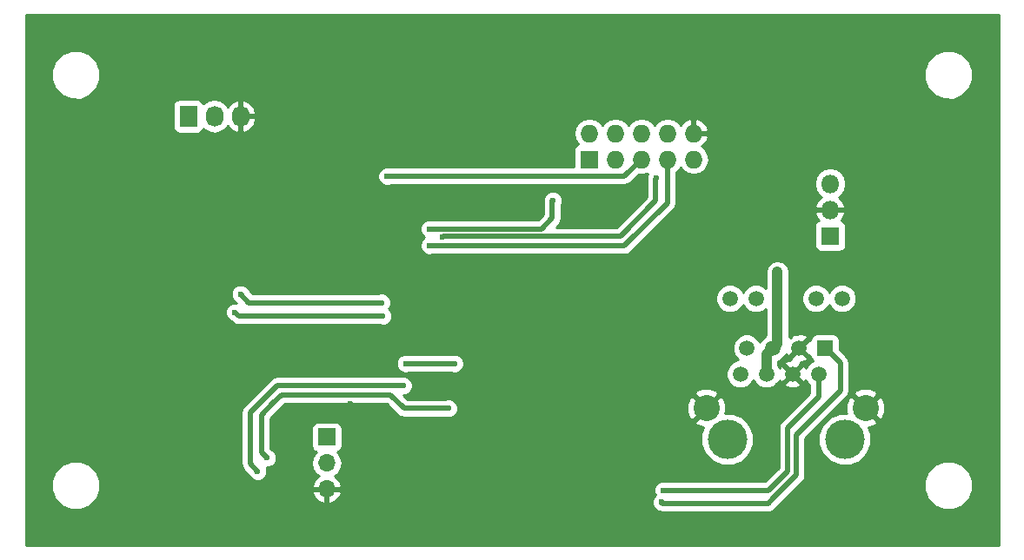
<source format=gbr>
G04 #@! TF.FileFunction,Copper,L2,Bot,Signal*
%FSLAX46Y46*%
G04 Gerber Fmt 4.6, Leading zero omitted, Abs format (unit mm)*
G04 Created by KiCad (PCBNEW 4.0.6) date 08/10/17 23:44:08*
%MOMM*%
%LPD*%
G01*
G04 APERTURE LIST*
%ADD10C,0.100000*%
%ADD11R,1.727200X2.032000*%
%ADD12O,1.727200X2.032000*%
%ADD13R,1.800000X1.800000*%
%ADD14O,1.800000X1.800000*%
%ADD15R,1.700000X1.700000*%
%ADD16O,1.700000X1.700000*%
%ADD17R,1.727200X1.727200*%
%ADD18O,1.727200X1.727200*%
%ADD19C,3.850000*%
%ADD20C,1.520000*%
%ADD21C,2.540000*%
%ADD22R,1.520000X1.520000*%
%ADD23C,0.600000*%
%ADD24C,0.500000*%
%ADD25C,1.000000*%
%ADD26C,0.254000*%
G04 APERTURE END LIST*
D10*
D11*
X103970000Y-58030000D03*
D12*
X106510000Y-58030000D03*
X109050000Y-58030000D03*
D13*
X166470000Y-69680000D03*
D14*
X166470000Y-67140000D03*
X166470000Y-64600000D03*
D15*
X117449600Y-89306400D03*
D16*
X117449600Y-91846400D03*
X117449600Y-94386400D03*
D17*
X143000000Y-62230000D03*
D18*
X143000000Y-59690000D03*
X145540000Y-62230000D03*
X145540000Y-59690000D03*
X148080000Y-62230000D03*
X148080000Y-59690000D03*
X150620000Y-62230000D03*
X150620000Y-59690000D03*
X153160000Y-62230000D03*
X153160000Y-59690000D03*
D19*
X167890000Y-89520000D03*
X156450000Y-89520000D03*
D20*
X157720000Y-83170000D03*
X158360000Y-80630000D03*
X160270000Y-83170000D03*
X160900000Y-80630000D03*
X162810000Y-83170000D03*
X163440000Y-80630000D03*
X165340000Y-83170000D03*
D21*
X169920000Y-86470000D03*
X154420000Y-86470000D03*
D20*
X159250000Y-75800000D03*
X165090000Y-75800000D03*
X156710000Y-75800000D03*
X167630000Y-75800000D03*
D22*
X165980000Y-80630000D03*
D23*
X111000000Y-80000000D03*
X113000000Y-66000000D03*
X177000000Y-66000000D03*
X162000000Y-54000000D03*
X130000000Y-61000000D03*
X122000000Y-63000000D03*
X152290000Y-70980000D03*
X139500000Y-73000000D03*
X132000000Y-81000000D03*
X123000000Y-73000000D03*
X131000000Y-65000000D03*
X101447600Y-92303600D03*
X114909600Y-87630000D03*
X119786400Y-86080600D03*
X138500000Y-93000000D03*
X124500000Y-89500000D03*
X137000000Y-89500000D03*
X95000000Y-80500000D03*
X101000000Y-70500000D03*
X122760000Y-76200000D03*
X109040000Y-75360000D03*
X122910000Y-77500000D03*
X108520000Y-77140000D03*
X129286000Y-86512400D03*
X111633000Y-91338400D03*
X129895600Y-82143600D03*
X125145800Y-82143600D03*
X110718600Y-92633800D03*
X124891800Y-84302600D03*
X150070000Y-95670000D03*
X150240000Y-94500000D03*
X161350000Y-73230000D03*
X123330000Y-63890000D03*
X127450000Y-69010000D03*
X139480000Y-66220000D03*
X149540000Y-64050000D03*
X128710000Y-69820000D03*
X127450000Y-70630000D03*
D24*
X109880000Y-76200000D02*
X122760000Y-76200000D01*
X109040000Y-75360000D02*
X109880000Y-76200000D01*
X108520000Y-77140000D02*
X108880000Y-77500000D01*
X108880000Y-77500000D02*
X122910000Y-77500000D01*
X124968000Y-86512400D02*
X129286000Y-86512400D01*
X123647200Y-85191600D02*
X124968000Y-86512400D01*
X113030000Y-85191600D02*
X123647200Y-85191600D01*
X112217200Y-86004400D02*
X113030000Y-85191600D01*
X111099600Y-87122000D02*
X112217200Y-86004400D01*
X111099600Y-90805000D02*
X111099600Y-87122000D01*
X111633000Y-91338400D02*
X111099600Y-90805000D01*
X125145800Y-82143600D02*
X129895600Y-82143600D01*
X110693200Y-92633800D02*
X110718600Y-92633800D01*
X109982000Y-91922600D02*
X110693200Y-92633800D01*
X109982000Y-86918800D02*
X109982000Y-91922600D01*
X112623600Y-84277200D02*
X109982000Y-86918800D01*
X124866400Y-84277200D02*
X112623600Y-84277200D01*
X124891800Y-84302600D02*
X124866400Y-84277200D01*
X163170000Y-93040000D02*
X160880000Y-95330000D01*
X163170000Y-89070000D02*
X163170000Y-93040000D01*
X167470000Y-84770000D02*
X163170000Y-89070000D01*
X167470000Y-82080000D02*
X167470000Y-84770000D01*
X167470000Y-82080000D02*
X166020000Y-80630000D01*
X160430000Y-95780000D02*
X160880000Y-95330000D01*
X150180000Y-95780000D02*
X160430000Y-95780000D01*
X150070000Y-95670000D02*
X150180000Y-95780000D01*
X165980000Y-80630000D02*
X166020000Y-80630000D01*
X165340000Y-85400000D02*
X165340000Y-83170000D01*
X162340000Y-88400000D02*
X165340000Y-85400000D01*
X162340000Y-92660000D02*
X162340000Y-88400000D01*
X160510000Y-94490000D02*
X162340000Y-92660000D01*
X150250000Y-94490000D02*
X160510000Y-94490000D01*
X150240000Y-94500000D02*
X150250000Y-94490000D01*
D25*
X160270000Y-83170000D02*
X160270000Y-81260000D01*
X160270000Y-81260000D02*
X161350000Y-80180000D01*
X161350000Y-80180000D02*
X161350000Y-73230000D01*
D24*
X123330000Y-63890000D02*
X123360000Y-63860000D01*
X123360000Y-63860000D02*
X146450000Y-63860000D01*
X148080000Y-62230000D02*
X146450000Y-63860000D01*
X147640000Y-62670000D02*
X148080000Y-62230000D01*
X138370000Y-69010000D02*
X127450000Y-69010000D01*
X139410000Y-67970000D02*
X138370000Y-69010000D01*
X139410000Y-66290000D02*
X139410000Y-67970000D01*
X139480000Y-66220000D02*
X139410000Y-66290000D01*
X149470000Y-64120000D02*
X149540000Y-64050000D01*
X149470000Y-66290000D02*
X149470000Y-64120000D01*
X146040000Y-69720000D02*
X149470000Y-66290000D01*
X128810000Y-69720000D02*
X146040000Y-69720000D01*
X128710000Y-69820000D02*
X128810000Y-69720000D01*
X127470000Y-70650000D02*
X127450000Y-70630000D01*
X146450000Y-70650000D02*
X127470000Y-70650000D01*
X150620000Y-66480000D02*
X146450000Y-70650000D01*
X150620000Y-62230000D02*
X150620000Y-66480000D01*
D26*
G36*
X182873000Y-99873000D02*
X88127000Y-99873000D01*
X88127000Y-94472325D01*
X90614587Y-94472325D01*
X90976916Y-95349229D01*
X91647242Y-96020726D01*
X92523513Y-96384585D01*
X93472325Y-96385413D01*
X94349229Y-96023084D01*
X94517439Y-95855167D01*
X149134838Y-95855167D01*
X149276883Y-96198943D01*
X149539673Y-96462192D01*
X149801064Y-96570731D01*
X149841325Y-96597633D01*
X150180000Y-96665000D01*
X160429995Y-96665000D01*
X160430000Y-96665001D01*
X160732453Y-96604838D01*
X160768675Y-96597633D01*
X161055790Y-96405790D01*
X161055791Y-96405789D01*
X161505787Y-95955792D01*
X161505790Y-95955790D01*
X162989254Y-94472325D01*
X175614587Y-94472325D01*
X175976916Y-95349229D01*
X176647242Y-96020726D01*
X177523513Y-96384585D01*
X178472325Y-96385413D01*
X179349229Y-96023084D01*
X180020726Y-95352758D01*
X180384585Y-94476487D01*
X180385413Y-93527675D01*
X180023084Y-92650771D01*
X179352758Y-91979274D01*
X178476487Y-91615415D01*
X177527675Y-91614587D01*
X176650771Y-91976916D01*
X175979274Y-92647242D01*
X175615415Y-93523513D01*
X175614587Y-94472325D01*
X162989254Y-94472325D01*
X163795787Y-93665792D01*
X163795790Y-93665790D01*
X163987633Y-93378675D01*
X164024921Y-93191217D01*
X164055001Y-93040000D01*
X164055000Y-93039995D01*
X164055000Y-90026981D01*
X165329557Y-90026981D01*
X165718472Y-90968229D01*
X166437983Y-91688997D01*
X167378551Y-92079554D01*
X168396981Y-92080443D01*
X169338229Y-91691528D01*
X170058997Y-90972017D01*
X170449554Y-90031449D01*
X170450443Y-89013019D01*
X170184232Y-88368738D01*
X170348632Y-88364436D01*
X170956480Y-88112657D01*
X171088172Y-87817777D01*
X169920000Y-86649605D01*
X169905858Y-86663748D01*
X169726253Y-86484143D01*
X169740395Y-86470000D01*
X170099605Y-86470000D01*
X171267777Y-87638172D01*
X171562657Y-87506480D01*
X171834261Y-86798964D01*
X171814436Y-86041368D01*
X171562657Y-85433520D01*
X171267777Y-85301828D01*
X170099605Y-86470000D01*
X169740395Y-86470000D01*
X168572223Y-85301828D01*
X168277343Y-85433520D01*
X168005739Y-86141036D01*
X168025564Y-86898632D01*
X168051042Y-86960140D01*
X167383019Y-86959557D01*
X166441771Y-87348472D01*
X165721003Y-88067983D01*
X165330446Y-89008551D01*
X165329557Y-90026981D01*
X164055000Y-90026981D01*
X164055000Y-89436580D01*
X168095787Y-85395792D01*
X168095790Y-85395790D01*
X168278580Y-85122223D01*
X168751828Y-85122223D01*
X169920000Y-86290395D01*
X171088172Y-85122223D01*
X170956480Y-84827343D01*
X170248964Y-84555739D01*
X169491368Y-84575564D01*
X168883520Y-84827343D01*
X168751828Y-85122223D01*
X168278580Y-85122223D01*
X168287633Y-85108675D01*
X168355000Y-84770000D01*
X168355000Y-82080005D01*
X168355001Y-82080000D01*
X168297446Y-81790659D01*
X168287633Y-81741325D01*
X168095790Y-81454210D01*
X168095787Y-81454208D01*
X167387440Y-80745861D01*
X167387440Y-79870000D01*
X167343162Y-79634683D01*
X167204090Y-79418559D01*
X166991890Y-79273569D01*
X166740000Y-79222560D01*
X165220000Y-79222560D01*
X164984683Y-79266838D01*
X164768559Y-79405910D01*
X164623569Y-79618110D01*
X164572560Y-79870000D01*
X164572560Y-79874834D01*
X164418764Y-79830841D01*
X163619605Y-80630000D01*
X164418764Y-81429159D01*
X164572560Y-81385166D01*
X164572560Y-81390000D01*
X164616838Y-81625317D01*
X164755910Y-81841441D01*
X164811095Y-81879147D01*
X164550828Y-81986687D01*
X164158066Y-82378764D01*
X164081615Y-82562878D01*
X164030742Y-82440059D01*
X163788764Y-82370841D01*
X162989605Y-83170000D01*
X163788764Y-83969159D01*
X164030742Y-83899941D01*
X164077749Y-83768128D01*
X164156687Y-83959172D01*
X164455000Y-84258006D01*
X164455000Y-85033421D01*
X161714210Y-87774210D01*
X161522367Y-88061325D01*
X161522367Y-88061326D01*
X161454999Y-88400000D01*
X161455000Y-88400005D01*
X161455000Y-92293421D01*
X160143420Y-93605000D01*
X150522739Y-93605000D01*
X150426799Y-93565162D01*
X150054833Y-93564838D01*
X149711057Y-93706883D01*
X149447808Y-93969673D01*
X149305162Y-94313201D01*
X149304838Y-94685167D01*
X149429902Y-94987845D01*
X149277808Y-95139673D01*
X149135162Y-95483201D01*
X149134838Y-95855167D01*
X94517439Y-95855167D01*
X95020726Y-95352758D01*
X95273798Y-94743290D01*
X116008124Y-94743290D01*
X116177955Y-95153324D01*
X116568242Y-95581583D01*
X117092708Y-95827886D01*
X117322600Y-95707219D01*
X117322600Y-94513400D01*
X117576600Y-94513400D01*
X117576600Y-95707219D01*
X117806492Y-95827886D01*
X118330958Y-95581583D01*
X118721245Y-95153324D01*
X118891076Y-94743290D01*
X118769755Y-94513400D01*
X117576600Y-94513400D01*
X117322600Y-94513400D01*
X116129445Y-94513400D01*
X116008124Y-94743290D01*
X95273798Y-94743290D01*
X95384585Y-94476487D01*
X95385413Y-93527675D01*
X95023084Y-92650771D01*
X94352758Y-91979274D01*
X93476487Y-91615415D01*
X92527675Y-91614587D01*
X91650771Y-91976916D01*
X90979274Y-92647242D01*
X90615415Y-93523513D01*
X90614587Y-94472325D01*
X88127000Y-94472325D01*
X88127000Y-86918800D01*
X109096999Y-86918800D01*
X109097000Y-86918805D01*
X109097000Y-91922595D01*
X109096999Y-91922600D01*
X109128220Y-92079554D01*
X109164367Y-92261275D01*
X109289555Y-92448633D01*
X109356210Y-92548390D01*
X109893740Y-93085919D01*
X109925483Y-93162743D01*
X110188273Y-93425992D01*
X110531801Y-93568638D01*
X110903767Y-93568962D01*
X111247543Y-93426917D01*
X111510792Y-93164127D01*
X111653438Y-92820599D01*
X111653762Y-92448633D01*
X111581339Y-92273356D01*
X111818167Y-92273562D01*
X112161943Y-92131517D01*
X112425192Y-91868727D01*
X112434463Y-91846400D01*
X115935507Y-91846400D01*
X116048546Y-92414685D01*
X116370453Y-92896454D01*
X116711153Y-93124102D01*
X116568242Y-93191217D01*
X116177955Y-93619476D01*
X116008124Y-94029510D01*
X116129445Y-94259400D01*
X117322600Y-94259400D01*
X117322600Y-94239400D01*
X117576600Y-94239400D01*
X117576600Y-94259400D01*
X118769755Y-94259400D01*
X118891076Y-94029510D01*
X118721245Y-93619476D01*
X118330958Y-93191217D01*
X118188047Y-93124102D01*
X118528747Y-92896454D01*
X118850654Y-92414685D01*
X118963693Y-91846400D01*
X118850654Y-91278115D01*
X118528747Y-90796346D01*
X118487148Y-90768550D01*
X118534917Y-90759562D01*
X118751041Y-90620490D01*
X118896031Y-90408290D01*
X118947040Y-90156400D01*
X118947040Y-88456400D01*
X118902762Y-88221083D01*
X118763690Y-88004959D01*
X118551490Y-87859969D01*
X118343140Y-87817777D01*
X153251828Y-87817777D01*
X153383520Y-88112657D01*
X154091036Y-88384261D01*
X154150317Y-88382710D01*
X153890446Y-89008551D01*
X153889557Y-90026981D01*
X154278472Y-90968229D01*
X154997983Y-91688997D01*
X155938551Y-92079554D01*
X156956981Y-92080443D01*
X157898229Y-91691528D01*
X158618997Y-90972017D01*
X159009554Y-90031449D01*
X159010443Y-89013019D01*
X158621528Y-88071771D01*
X157902017Y-87351003D01*
X156961449Y-86960446D01*
X156272502Y-86959845D01*
X156334261Y-86798964D01*
X156314436Y-86041368D01*
X156062657Y-85433520D01*
X155767777Y-85301828D01*
X154599605Y-86470000D01*
X154613748Y-86484143D01*
X154434143Y-86663748D01*
X154420000Y-86649605D01*
X153251828Y-87817777D01*
X118343140Y-87817777D01*
X118299600Y-87808960D01*
X116599600Y-87808960D01*
X116364283Y-87853238D01*
X116148159Y-87992310D01*
X116003169Y-88204510D01*
X115952160Y-88456400D01*
X115952160Y-90156400D01*
X115996438Y-90391717D01*
X116135510Y-90607841D01*
X116347710Y-90752831D01*
X116415141Y-90766486D01*
X116370453Y-90796346D01*
X116048546Y-91278115D01*
X115935507Y-91846400D01*
X112434463Y-91846400D01*
X112567838Y-91525199D01*
X112568162Y-91153233D01*
X112426117Y-90809457D01*
X112163327Y-90546208D01*
X112042013Y-90495834D01*
X111984600Y-90438420D01*
X111984600Y-87488580D01*
X112842987Y-86630192D01*
X112842990Y-86630190D01*
X113396579Y-86076600D01*
X123280620Y-86076600D01*
X124342208Y-87138187D01*
X124342210Y-87138190D01*
X124591250Y-87304592D01*
X124629325Y-87330033D01*
X124968000Y-87397401D01*
X124968005Y-87397400D01*
X128979178Y-87397400D01*
X129099201Y-87447238D01*
X129471167Y-87447562D01*
X129814943Y-87305517D01*
X130078192Y-87042727D01*
X130220838Y-86699199D01*
X130221162Y-86327233D01*
X130144228Y-86141036D01*
X152505739Y-86141036D01*
X152525564Y-86898632D01*
X152777343Y-87506480D01*
X153072223Y-87638172D01*
X154240395Y-86470000D01*
X153072223Y-85301828D01*
X152777343Y-85433520D01*
X152505739Y-86141036D01*
X130144228Y-86141036D01*
X130079117Y-85983457D01*
X129816327Y-85720208D01*
X129472799Y-85577562D01*
X129100833Y-85577238D01*
X128979431Y-85627400D01*
X125334579Y-85627400D01*
X124944826Y-85237647D01*
X125076967Y-85237762D01*
X125356593Y-85122223D01*
X153251828Y-85122223D01*
X154420000Y-86290395D01*
X155588172Y-85122223D01*
X155456480Y-84827343D01*
X154748964Y-84555739D01*
X153991368Y-84575564D01*
X153383520Y-84827343D01*
X153251828Y-85122223D01*
X125356593Y-85122223D01*
X125420743Y-85095717D01*
X125683992Y-84832927D01*
X125826638Y-84489399D01*
X125826962Y-84117433D01*
X125684917Y-83773657D01*
X125422127Y-83510408D01*
X125078599Y-83367762D01*
X124706633Y-83367438D01*
X124646704Y-83392200D01*
X112623605Y-83392200D01*
X112623600Y-83392199D01*
X112284926Y-83459566D01*
X112284924Y-83459567D01*
X112284925Y-83459567D01*
X111997810Y-83651410D01*
X111997808Y-83651413D01*
X109356210Y-86293010D01*
X109164367Y-86580125D01*
X109164367Y-86580126D01*
X109096999Y-86918800D01*
X88127000Y-86918800D01*
X88127000Y-82328767D01*
X124210638Y-82328767D01*
X124352683Y-82672543D01*
X124615473Y-82935792D01*
X124959001Y-83078438D01*
X125330967Y-83078762D01*
X125452369Y-83028600D01*
X129588778Y-83028600D01*
X129708801Y-83078438D01*
X130080767Y-83078762D01*
X130424543Y-82936717D01*
X130687792Y-82673927D01*
X130830438Y-82330399D01*
X130830762Y-81958433D01*
X130688717Y-81614657D01*
X130425927Y-81351408D01*
X130082399Y-81208762D01*
X129710433Y-81208438D01*
X129589031Y-81258600D01*
X125452622Y-81258600D01*
X125332599Y-81208762D01*
X124960633Y-81208438D01*
X124616857Y-81350483D01*
X124353608Y-81613273D01*
X124210962Y-81956801D01*
X124210638Y-82328767D01*
X88127000Y-82328767D01*
X88127000Y-77325167D01*
X107584838Y-77325167D01*
X107726883Y-77668943D01*
X107989673Y-77932192D01*
X108110987Y-77982566D01*
X108254208Y-78125787D01*
X108254210Y-78125790D01*
X108541325Y-78317633D01*
X108597516Y-78328810D01*
X108880000Y-78385001D01*
X108880005Y-78385000D01*
X122603178Y-78385000D01*
X122723201Y-78434838D01*
X123095167Y-78435162D01*
X123438943Y-78293117D01*
X123702192Y-78030327D01*
X123844838Y-77686799D01*
X123845162Y-77314833D01*
X123703117Y-76971057D01*
X123507421Y-76775020D01*
X123552192Y-76730327D01*
X123694838Y-76386799D01*
X123695108Y-76076265D01*
X155314758Y-76076265D01*
X155526687Y-76589172D01*
X155918764Y-76981934D01*
X156431300Y-77194758D01*
X156986265Y-77195242D01*
X157499172Y-76983313D01*
X157891934Y-76591236D01*
X157979954Y-76379262D01*
X158066687Y-76589172D01*
X158458764Y-76981934D01*
X158971300Y-77194758D01*
X159526265Y-77195242D01*
X160039172Y-76983313D01*
X160215000Y-76807792D01*
X160215000Y-79403644D01*
X160110828Y-79446687D01*
X159718066Y-79838764D01*
X159630046Y-80050738D01*
X159543313Y-79840828D01*
X159151236Y-79448066D01*
X158638700Y-79235242D01*
X158083735Y-79234758D01*
X157570828Y-79446687D01*
X157178066Y-79838764D01*
X156965242Y-80351300D01*
X156964758Y-80906265D01*
X157176687Y-81419172D01*
X157531729Y-81774835D01*
X157443735Y-81774758D01*
X156930828Y-81986687D01*
X156538066Y-82378764D01*
X156325242Y-82891300D01*
X156324758Y-83446265D01*
X156536687Y-83959172D01*
X156928764Y-84351934D01*
X157441300Y-84564758D01*
X157996265Y-84565242D01*
X158509172Y-84353313D01*
X158901934Y-83961236D01*
X158994966Y-83737190D01*
X159086687Y-83959172D01*
X159478764Y-84351934D01*
X159991300Y-84564758D01*
X160546265Y-84565242D01*
X161059172Y-84353313D01*
X161264078Y-84148764D01*
X162010841Y-84148764D01*
X162080059Y-84390742D01*
X162602780Y-84577155D01*
X163157049Y-84549341D01*
X163539941Y-84390742D01*
X163609159Y-84148764D01*
X162810000Y-83349605D01*
X162010841Y-84148764D01*
X161264078Y-84148764D01*
X161451934Y-83961236D01*
X161533391Y-83765066D01*
X161589258Y-83899941D01*
X161831236Y-83969159D01*
X162630395Y-83170000D01*
X161831236Y-82370841D01*
X161589258Y-82440059D01*
X161537618Y-82584862D01*
X161453313Y-82380828D01*
X161405000Y-82332431D01*
X161405000Y-82191236D01*
X162010841Y-82191236D01*
X162810000Y-82990395D01*
X163609159Y-82191236D01*
X163560381Y-82020715D01*
X163787049Y-82009341D01*
X164169941Y-81850742D01*
X164239159Y-81608764D01*
X163440000Y-80809605D01*
X162640841Y-81608764D01*
X162689619Y-81779285D01*
X162462951Y-81790659D01*
X162080059Y-81949258D01*
X162010841Y-82191236D01*
X161405000Y-82191236D01*
X161405000Y-81930731D01*
X161689172Y-81813313D01*
X162081934Y-81421236D01*
X162163391Y-81225066D01*
X162219258Y-81359941D01*
X162461236Y-81429159D01*
X163260395Y-80630000D01*
X163246253Y-80615858D01*
X163425858Y-80436253D01*
X163440000Y-80450395D01*
X164239159Y-79651236D01*
X164169941Y-79409258D01*
X163647220Y-79222845D01*
X163092951Y-79250659D01*
X162710059Y-79409258D01*
X162640842Y-79651234D01*
X162525824Y-79536216D01*
X162485000Y-79577040D01*
X162485000Y-76076265D01*
X163694758Y-76076265D01*
X163906687Y-76589172D01*
X164298764Y-76981934D01*
X164811300Y-77194758D01*
X165366265Y-77195242D01*
X165879172Y-76983313D01*
X166271934Y-76591236D01*
X166359954Y-76379262D01*
X166446687Y-76589172D01*
X166838764Y-76981934D01*
X167351300Y-77194758D01*
X167906265Y-77195242D01*
X168419172Y-76983313D01*
X168811934Y-76591236D01*
X169024758Y-76078700D01*
X169025242Y-75523735D01*
X168813313Y-75010828D01*
X168421236Y-74618066D01*
X167908700Y-74405242D01*
X167353735Y-74404758D01*
X166840828Y-74616687D01*
X166448066Y-75008764D01*
X166360046Y-75220738D01*
X166273313Y-75010828D01*
X165881236Y-74618066D01*
X165368700Y-74405242D01*
X164813735Y-74404758D01*
X164300828Y-74616687D01*
X163908066Y-75008764D01*
X163695242Y-75521300D01*
X163694758Y-76076265D01*
X162485000Y-76076265D01*
X162485000Y-73230000D01*
X162398603Y-72795654D01*
X162152566Y-72427434D01*
X161784346Y-72181397D01*
X161350000Y-72095000D01*
X160915654Y-72181397D01*
X160547434Y-72427434D01*
X160301397Y-72795654D01*
X160215000Y-73230000D01*
X160215000Y-74792134D01*
X160041236Y-74618066D01*
X159528700Y-74405242D01*
X158973735Y-74404758D01*
X158460828Y-74616687D01*
X158068066Y-75008764D01*
X157980046Y-75220738D01*
X157893313Y-75010828D01*
X157501236Y-74618066D01*
X156988700Y-74405242D01*
X156433735Y-74404758D01*
X155920828Y-74616687D01*
X155528066Y-75008764D01*
X155315242Y-75521300D01*
X155314758Y-76076265D01*
X123695108Y-76076265D01*
X123695162Y-76014833D01*
X123553117Y-75671057D01*
X123290327Y-75407808D01*
X122946799Y-75265162D01*
X122574833Y-75264838D01*
X122453431Y-75315000D01*
X110246579Y-75315000D01*
X109882744Y-74951165D01*
X109833117Y-74831057D01*
X109570327Y-74567808D01*
X109226799Y-74425162D01*
X108854833Y-74424838D01*
X108511057Y-74566883D01*
X108247808Y-74829673D01*
X108105162Y-75173201D01*
X108104838Y-75545167D01*
X108246883Y-75888943D01*
X108509673Y-76152192D01*
X108630986Y-76202566D01*
X108633518Y-76205098D01*
X108334833Y-76204838D01*
X107991057Y-76346883D01*
X107727808Y-76609673D01*
X107585162Y-76953201D01*
X107584838Y-77325167D01*
X88127000Y-77325167D01*
X88127000Y-64075167D01*
X122394838Y-64075167D01*
X122536883Y-64418943D01*
X122799673Y-64682192D01*
X123143201Y-64824838D01*
X123515167Y-64825162D01*
X123709174Y-64745000D01*
X146449995Y-64745000D01*
X146450000Y-64745001D01*
X146765755Y-64682192D01*
X146788675Y-64677633D01*
X147075790Y-64485790D01*
X147869092Y-63692488D01*
X148050641Y-63728600D01*
X148109359Y-63728600D01*
X148682848Y-63614526D01*
X148718241Y-63590877D01*
X148605162Y-63863201D01*
X148605026Y-64019320D01*
X148584999Y-64120000D01*
X148585000Y-64120005D01*
X148585000Y-65923421D01*
X145673420Y-68835000D01*
X139796579Y-68835000D01*
X140035787Y-68595792D01*
X140035790Y-68595790D01*
X140227633Y-68308675D01*
X140245892Y-68216883D01*
X140295001Y-67970000D01*
X140295000Y-67969995D01*
X140295000Y-66695400D01*
X140414838Y-66406799D01*
X140415162Y-66034833D01*
X140273117Y-65691057D01*
X140010327Y-65427808D01*
X139666799Y-65285162D01*
X139294833Y-65284838D01*
X138951057Y-65426883D01*
X138687808Y-65689673D01*
X138545162Y-66033201D01*
X138545026Y-66189320D01*
X138524999Y-66290000D01*
X138525000Y-66290005D01*
X138525000Y-67603421D01*
X138003420Y-68125000D01*
X127756822Y-68125000D01*
X127636799Y-68075162D01*
X127264833Y-68074838D01*
X126921057Y-68216883D01*
X126657808Y-68479673D01*
X126515162Y-68823201D01*
X126514838Y-69195167D01*
X126656883Y-69538943D01*
X126919673Y-69802192D01*
X126962239Y-69819867D01*
X126921057Y-69836883D01*
X126657808Y-70099673D01*
X126515162Y-70443201D01*
X126514838Y-70815167D01*
X126656883Y-71158943D01*
X126919673Y-71422192D01*
X127263201Y-71564838D01*
X127635167Y-71565162D01*
X127708165Y-71535000D01*
X146449995Y-71535000D01*
X146450000Y-71535001D01*
X146732484Y-71478810D01*
X146788675Y-71467633D01*
X147075790Y-71275790D01*
X147075791Y-71275789D01*
X149571579Y-68780000D01*
X164922560Y-68780000D01*
X164922560Y-70580000D01*
X164966838Y-70815317D01*
X165105910Y-71031441D01*
X165318110Y-71176431D01*
X165570000Y-71227440D01*
X167370000Y-71227440D01*
X167605317Y-71183162D01*
X167821441Y-71044090D01*
X167966431Y-70831890D01*
X168017440Y-70580000D01*
X168017440Y-68780000D01*
X167973162Y-68544683D01*
X167834090Y-68328559D01*
X167621890Y-68183569D01*
X167570854Y-68173234D01*
X167707966Y-68047576D01*
X167961046Y-67504742D01*
X167840997Y-67267000D01*
X166597000Y-67267000D01*
X166597000Y-67287000D01*
X166343000Y-67287000D01*
X166343000Y-67267000D01*
X165099003Y-67267000D01*
X164978954Y-67504742D01*
X165232034Y-68047576D01*
X165366538Y-68170844D01*
X165334683Y-68176838D01*
X165118559Y-68315910D01*
X164973569Y-68528110D01*
X164922560Y-68780000D01*
X149571579Y-68780000D01*
X151245787Y-67105792D01*
X151245790Y-67105790D01*
X151437633Y-66818675D01*
X151437634Y-66818674D01*
X151505001Y-66480000D01*
X151505000Y-66479995D01*
X151505000Y-64569928D01*
X164935000Y-64569928D01*
X164935000Y-64630072D01*
X165051845Y-65217491D01*
X165384591Y-65715481D01*
X165622582Y-65874501D01*
X165232034Y-66232424D01*
X164978954Y-66775258D01*
X165099003Y-67013000D01*
X166343000Y-67013000D01*
X166343000Y-66993000D01*
X166597000Y-66993000D01*
X166597000Y-67013000D01*
X167840997Y-67013000D01*
X167961046Y-66775258D01*
X167707966Y-66232424D01*
X167317418Y-65874501D01*
X167555409Y-65715481D01*
X167888155Y-65217491D01*
X168005000Y-64630072D01*
X168005000Y-64569928D01*
X167888155Y-63982509D01*
X167555409Y-63484519D01*
X167057419Y-63151773D01*
X166470000Y-63034928D01*
X165882581Y-63151773D01*
X165384591Y-63484519D01*
X165051845Y-63982509D01*
X164935000Y-64569928D01*
X151505000Y-64569928D01*
X151505000Y-63425998D01*
X151709029Y-63289670D01*
X151890000Y-63018828D01*
X152070971Y-63289670D01*
X152557152Y-63614526D01*
X153130641Y-63728600D01*
X153189359Y-63728600D01*
X153762848Y-63614526D01*
X154249029Y-63289670D01*
X154573885Y-62803489D01*
X154687959Y-62230000D01*
X154573885Y-61656511D01*
X154249029Y-61170330D01*
X153925772Y-60954336D01*
X154048490Y-60896821D01*
X154442688Y-60464947D01*
X154614958Y-60049026D01*
X154493817Y-59817000D01*
X153287000Y-59817000D01*
X153287000Y-59837000D01*
X153033000Y-59837000D01*
X153033000Y-59817000D01*
X153013000Y-59817000D01*
X153013000Y-59563000D01*
X153033000Y-59563000D01*
X153033000Y-58355531D01*
X153287000Y-58355531D01*
X153287000Y-59563000D01*
X154493817Y-59563000D01*
X154614958Y-59330974D01*
X154442688Y-58915053D01*
X154048490Y-58483179D01*
X153519027Y-58235032D01*
X153287000Y-58355531D01*
X153033000Y-58355531D01*
X152800973Y-58235032D01*
X152271510Y-58483179D01*
X151889992Y-58901161D01*
X151709029Y-58630330D01*
X151222848Y-58305474D01*
X150649359Y-58191400D01*
X150590641Y-58191400D01*
X150017152Y-58305474D01*
X149530971Y-58630330D01*
X149350000Y-58901172D01*
X149169029Y-58630330D01*
X148682848Y-58305474D01*
X148109359Y-58191400D01*
X148050641Y-58191400D01*
X147477152Y-58305474D01*
X146990971Y-58630330D01*
X146810000Y-58901172D01*
X146629029Y-58630330D01*
X146142848Y-58305474D01*
X145569359Y-58191400D01*
X145510641Y-58191400D01*
X144937152Y-58305474D01*
X144450971Y-58630330D01*
X144270000Y-58901172D01*
X144089029Y-58630330D01*
X143602848Y-58305474D01*
X143029359Y-58191400D01*
X142970641Y-58191400D01*
X142397152Y-58305474D01*
X141910971Y-58630330D01*
X141586115Y-59116511D01*
X141472041Y-59690000D01*
X141586115Y-60263489D01*
X141910971Y-60749670D01*
X141924642Y-60758805D01*
X141901083Y-60763238D01*
X141684959Y-60902310D01*
X141539969Y-61114510D01*
X141488960Y-61366400D01*
X141488960Y-62975000D01*
X123564574Y-62975000D01*
X123516799Y-62955162D01*
X123144833Y-62954838D01*
X122801057Y-63096883D01*
X122537808Y-63359673D01*
X122395162Y-63703201D01*
X122394838Y-64075167D01*
X88127000Y-64075167D01*
X88127000Y-57014000D01*
X102458960Y-57014000D01*
X102458960Y-59046000D01*
X102503238Y-59281317D01*
X102642310Y-59497441D01*
X102854510Y-59642431D01*
X103106400Y-59693440D01*
X104833600Y-59693440D01*
X105068917Y-59649162D01*
X105285041Y-59510090D01*
X105430031Y-59297890D01*
X105438400Y-59256561D01*
X105450330Y-59274415D01*
X105936511Y-59599271D01*
X106510000Y-59713345D01*
X107083489Y-59599271D01*
X107569670Y-59274415D01*
X107776461Y-58964931D01*
X108147964Y-59380732D01*
X108675209Y-59634709D01*
X108690974Y-59637358D01*
X108923000Y-59516217D01*
X108923000Y-58157000D01*
X109177000Y-58157000D01*
X109177000Y-59516217D01*
X109409026Y-59637358D01*
X109424791Y-59634709D01*
X109952036Y-59380732D01*
X110341954Y-58944320D01*
X110535184Y-58391913D01*
X110390924Y-58157000D01*
X109177000Y-58157000D01*
X108923000Y-58157000D01*
X108903000Y-58157000D01*
X108903000Y-57903000D01*
X108923000Y-57903000D01*
X108923000Y-56543783D01*
X109177000Y-56543783D01*
X109177000Y-57903000D01*
X110390924Y-57903000D01*
X110535184Y-57668087D01*
X110341954Y-57115680D01*
X109952036Y-56679268D01*
X109424791Y-56425291D01*
X109409026Y-56422642D01*
X109177000Y-56543783D01*
X108923000Y-56543783D01*
X108690974Y-56422642D01*
X108675209Y-56425291D01*
X108147964Y-56679268D01*
X107776461Y-57095069D01*
X107569670Y-56785585D01*
X107083489Y-56460729D01*
X106510000Y-56346655D01*
X105936511Y-56460729D01*
X105450330Y-56785585D01*
X105440757Y-56799913D01*
X105436762Y-56778683D01*
X105297690Y-56562559D01*
X105085490Y-56417569D01*
X104833600Y-56366560D01*
X103106400Y-56366560D01*
X102871083Y-56410838D01*
X102654959Y-56549910D01*
X102509969Y-56762110D01*
X102458960Y-57014000D01*
X88127000Y-57014000D01*
X88127000Y-54472325D01*
X90614587Y-54472325D01*
X90976916Y-55349229D01*
X91647242Y-56020726D01*
X92523513Y-56384585D01*
X93472325Y-56385413D01*
X94349229Y-56023084D01*
X95020726Y-55352758D01*
X95384585Y-54476487D01*
X95384588Y-54472325D01*
X175614587Y-54472325D01*
X175976916Y-55349229D01*
X176647242Y-56020726D01*
X177523513Y-56384585D01*
X178472325Y-56385413D01*
X179349229Y-56023084D01*
X180020726Y-55352758D01*
X180384585Y-54476487D01*
X180385413Y-53527675D01*
X180023084Y-52650771D01*
X179352758Y-51979274D01*
X178476487Y-51615415D01*
X177527675Y-51614587D01*
X176650771Y-51976916D01*
X175979274Y-52647242D01*
X175615415Y-53523513D01*
X175614587Y-54472325D01*
X95384588Y-54472325D01*
X95385413Y-53527675D01*
X95023084Y-52650771D01*
X94352758Y-51979274D01*
X93476487Y-51615415D01*
X92527675Y-51614587D01*
X91650771Y-51976916D01*
X90979274Y-52647242D01*
X90615415Y-53523513D01*
X90614587Y-54472325D01*
X88127000Y-54472325D01*
X88127000Y-48127000D01*
X182873000Y-48127000D01*
X182873000Y-99873000D01*
X182873000Y-99873000D01*
G37*
X182873000Y-99873000D02*
X88127000Y-99873000D01*
X88127000Y-94472325D01*
X90614587Y-94472325D01*
X90976916Y-95349229D01*
X91647242Y-96020726D01*
X92523513Y-96384585D01*
X93472325Y-96385413D01*
X94349229Y-96023084D01*
X94517439Y-95855167D01*
X149134838Y-95855167D01*
X149276883Y-96198943D01*
X149539673Y-96462192D01*
X149801064Y-96570731D01*
X149841325Y-96597633D01*
X150180000Y-96665000D01*
X160429995Y-96665000D01*
X160430000Y-96665001D01*
X160732453Y-96604838D01*
X160768675Y-96597633D01*
X161055790Y-96405790D01*
X161055791Y-96405789D01*
X161505787Y-95955792D01*
X161505790Y-95955790D01*
X162989254Y-94472325D01*
X175614587Y-94472325D01*
X175976916Y-95349229D01*
X176647242Y-96020726D01*
X177523513Y-96384585D01*
X178472325Y-96385413D01*
X179349229Y-96023084D01*
X180020726Y-95352758D01*
X180384585Y-94476487D01*
X180385413Y-93527675D01*
X180023084Y-92650771D01*
X179352758Y-91979274D01*
X178476487Y-91615415D01*
X177527675Y-91614587D01*
X176650771Y-91976916D01*
X175979274Y-92647242D01*
X175615415Y-93523513D01*
X175614587Y-94472325D01*
X162989254Y-94472325D01*
X163795787Y-93665792D01*
X163795790Y-93665790D01*
X163987633Y-93378675D01*
X164024921Y-93191217D01*
X164055001Y-93040000D01*
X164055000Y-93039995D01*
X164055000Y-90026981D01*
X165329557Y-90026981D01*
X165718472Y-90968229D01*
X166437983Y-91688997D01*
X167378551Y-92079554D01*
X168396981Y-92080443D01*
X169338229Y-91691528D01*
X170058997Y-90972017D01*
X170449554Y-90031449D01*
X170450443Y-89013019D01*
X170184232Y-88368738D01*
X170348632Y-88364436D01*
X170956480Y-88112657D01*
X171088172Y-87817777D01*
X169920000Y-86649605D01*
X169905858Y-86663748D01*
X169726253Y-86484143D01*
X169740395Y-86470000D01*
X170099605Y-86470000D01*
X171267777Y-87638172D01*
X171562657Y-87506480D01*
X171834261Y-86798964D01*
X171814436Y-86041368D01*
X171562657Y-85433520D01*
X171267777Y-85301828D01*
X170099605Y-86470000D01*
X169740395Y-86470000D01*
X168572223Y-85301828D01*
X168277343Y-85433520D01*
X168005739Y-86141036D01*
X168025564Y-86898632D01*
X168051042Y-86960140D01*
X167383019Y-86959557D01*
X166441771Y-87348472D01*
X165721003Y-88067983D01*
X165330446Y-89008551D01*
X165329557Y-90026981D01*
X164055000Y-90026981D01*
X164055000Y-89436580D01*
X168095787Y-85395792D01*
X168095790Y-85395790D01*
X168278580Y-85122223D01*
X168751828Y-85122223D01*
X169920000Y-86290395D01*
X171088172Y-85122223D01*
X170956480Y-84827343D01*
X170248964Y-84555739D01*
X169491368Y-84575564D01*
X168883520Y-84827343D01*
X168751828Y-85122223D01*
X168278580Y-85122223D01*
X168287633Y-85108675D01*
X168355000Y-84770000D01*
X168355000Y-82080005D01*
X168355001Y-82080000D01*
X168297446Y-81790659D01*
X168287633Y-81741325D01*
X168095790Y-81454210D01*
X168095787Y-81454208D01*
X167387440Y-80745861D01*
X167387440Y-79870000D01*
X167343162Y-79634683D01*
X167204090Y-79418559D01*
X166991890Y-79273569D01*
X166740000Y-79222560D01*
X165220000Y-79222560D01*
X164984683Y-79266838D01*
X164768559Y-79405910D01*
X164623569Y-79618110D01*
X164572560Y-79870000D01*
X164572560Y-79874834D01*
X164418764Y-79830841D01*
X163619605Y-80630000D01*
X164418764Y-81429159D01*
X164572560Y-81385166D01*
X164572560Y-81390000D01*
X164616838Y-81625317D01*
X164755910Y-81841441D01*
X164811095Y-81879147D01*
X164550828Y-81986687D01*
X164158066Y-82378764D01*
X164081615Y-82562878D01*
X164030742Y-82440059D01*
X163788764Y-82370841D01*
X162989605Y-83170000D01*
X163788764Y-83969159D01*
X164030742Y-83899941D01*
X164077749Y-83768128D01*
X164156687Y-83959172D01*
X164455000Y-84258006D01*
X164455000Y-85033421D01*
X161714210Y-87774210D01*
X161522367Y-88061325D01*
X161522367Y-88061326D01*
X161454999Y-88400000D01*
X161455000Y-88400005D01*
X161455000Y-92293421D01*
X160143420Y-93605000D01*
X150522739Y-93605000D01*
X150426799Y-93565162D01*
X150054833Y-93564838D01*
X149711057Y-93706883D01*
X149447808Y-93969673D01*
X149305162Y-94313201D01*
X149304838Y-94685167D01*
X149429902Y-94987845D01*
X149277808Y-95139673D01*
X149135162Y-95483201D01*
X149134838Y-95855167D01*
X94517439Y-95855167D01*
X95020726Y-95352758D01*
X95273798Y-94743290D01*
X116008124Y-94743290D01*
X116177955Y-95153324D01*
X116568242Y-95581583D01*
X117092708Y-95827886D01*
X117322600Y-95707219D01*
X117322600Y-94513400D01*
X117576600Y-94513400D01*
X117576600Y-95707219D01*
X117806492Y-95827886D01*
X118330958Y-95581583D01*
X118721245Y-95153324D01*
X118891076Y-94743290D01*
X118769755Y-94513400D01*
X117576600Y-94513400D01*
X117322600Y-94513400D01*
X116129445Y-94513400D01*
X116008124Y-94743290D01*
X95273798Y-94743290D01*
X95384585Y-94476487D01*
X95385413Y-93527675D01*
X95023084Y-92650771D01*
X94352758Y-91979274D01*
X93476487Y-91615415D01*
X92527675Y-91614587D01*
X91650771Y-91976916D01*
X90979274Y-92647242D01*
X90615415Y-93523513D01*
X90614587Y-94472325D01*
X88127000Y-94472325D01*
X88127000Y-86918800D01*
X109096999Y-86918800D01*
X109097000Y-86918805D01*
X109097000Y-91922595D01*
X109096999Y-91922600D01*
X109128220Y-92079554D01*
X109164367Y-92261275D01*
X109289555Y-92448633D01*
X109356210Y-92548390D01*
X109893740Y-93085919D01*
X109925483Y-93162743D01*
X110188273Y-93425992D01*
X110531801Y-93568638D01*
X110903767Y-93568962D01*
X111247543Y-93426917D01*
X111510792Y-93164127D01*
X111653438Y-92820599D01*
X111653762Y-92448633D01*
X111581339Y-92273356D01*
X111818167Y-92273562D01*
X112161943Y-92131517D01*
X112425192Y-91868727D01*
X112434463Y-91846400D01*
X115935507Y-91846400D01*
X116048546Y-92414685D01*
X116370453Y-92896454D01*
X116711153Y-93124102D01*
X116568242Y-93191217D01*
X116177955Y-93619476D01*
X116008124Y-94029510D01*
X116129445Y-94259400D01*
X117322600Y-94259400D01*
X117322600Y-94239400D01*
X117576600Y-94239400D01*
X117576600Y-94259400D01*
X118769755Y-94259400D01*
X118891076Y-94029510D01*
X118721245Y-93619476D01*
X118330958Y-93191217D01*
X118188047Y-93124102D01*
X118528747Y-92896454D01*
X118850654Y-92414685D01*
X118963693Y-91846400D01*
X118850654Y-91278115D01*
X118528747Y-90796346D01*
X118487148Y-90768550D01*
X118534917Y-90759562D01*
X118751041Y-90620490D01*
X118896031Y-90408290D01*
X118947040Y-90156400D01*
X118947040Y-88456400D01*
X118902762Y-88221083D01*
X118763690Y-88004959D01*
X118551490Y-87859969D01*
X118343140Y-87817777D01*
X153251828Y-87817777D01*
X153383520Y-88112657D01*
X154091036Y-88384261D01*
X154150317Y-88382710D01*
X153890446Y-89008551D01*
X153889557Y-90026981D01*
X154278472Y-90968229D01*
X154997983Y-91688997D01*
X155938551Y-92079554D01*
X156956981Y-92080443D01*
X157898229Y-91691528D01*
X158618997Y-90972017D01*
X159009554Y-90031449D01*
X159010443Y-89013019D01*
X158621528Y-88071771D01*
X157902017Y-87351003D01*
X156961449Y-86960446D01*
X156272502Y-86959845D01*
X156334261Y-86798964D01*
X156314436Y-86041368D01*
X156062657Y-85433520D01*
X155767777Y-85301828D01*
X154599605Y-86470000D01*
X154613748Y-86484143D01*
X154434143Y-86663748D01*
X154420000Y-86649605D01*
X153251828Y-87817777D01*
X118343140Y-87817777D01*
X118299600Y-87808960D01*
X116599600Y-87808960D01*
X116364283Y-87853238D01*
X116148159Y-87992310D01*
X116003169Y-88204510D01*
X115952160Y-88456400D01*
X115952160Y-90156400D01*
X115996438Y-90391717D01*
X116135510Y-90607841D01*
X116347710Y-90752831D01*
X116415141Y-90766486D01*
X116370453Y-90796346D01*
X116048546Y-91278115D01*
X115935507Y-91846400D01*
X112434463Y-91846400D01*
X112567838Y-91525199D01*
X112568162Y-91153233D01*
X112426117Y-90809457D01*
X112163327Y-90546208D01*
X112042013Y-90495834D01*
X111984600Y-90438420D01*
X111984600Y-87488580D01*
X112842987Y-86630192D01*
X112842990Y-86630190D01*
X113396579Y-86076600D01*
X123280620Y-86076600D01*
X124342208Y-87138187D01*
X124342210Y-87138190D01*
X124591250Y-87304592D01*
X124629325Y-87330033D01*
X124968000Y-87397401D01*
X124968005Y-87397400D01*
X128979178Y-87397400D01*
X129099201Y-87447238D01*
X129471167Y-87447562D01*
X129814943Y-87305517D01*
X130078192Y-87042727D01*
X130220838Y-86699199D01*
X130221162Y-86327233D01*
X130144228Y-86141036D01*
X152505739Y-86141036D01*
X152525564Y-86898632D01*
X152777343Y-87506480D01*
X153072223Y-87638172D01*
X154240395Y-86470000D01*
X153072223Y-85301828D01*
X152777343Y-85433520D01*
X152505739Y-86141036D01*
X130144228Y-86141036D01*
X130079117Y-85983457D01*
X129816327Y-85720208D01*
X129472799Y-85577562D01*
X129100833Y-85577238D01*
X128979431Y-85627400D01*
X125334579Y-85627400D01*
X124944826Y-85237647D01*
X125076967Y-85237762D01*
X125356593Y-85122223D01*
X153251828Y-85122223D01*
X154420000Y-86290395D01*
X155588172Y-85122223D01*
X155456480Y-84827343D01*
X154748964Y-84555739D01*
X153991368Y-84575564D01*
X153383520Y-84827343D01*
X153251828Y-85122223D01*
X125356593Y-85122223D01*
X125420743Y-85095717D01*
X125683992Y-84832927D01*
X125826638Y-84489399D01*
X125826962Y-84117433D01*
X125684917Y-83773657D01*
X125422127Y-83510408D01*
X125078599Y-83367762D01*
X124706633Y-83367438D01*
X124646704Y-83392200D01*
X112623605Y-83392200D01*
X112623600Y-83392199D01*
X112284926Y-83459566D01*
X112284924Y-83459567D01*
X112284925Y-83459567D01*
X111997810Y-83651410D01*
X111997808Y-83651413D01*
X109356210Y-86293010D01*
X109164367Y-86580125D01*
X109164367Y-86580126D01*
X109096999Y-86918800D01*
X88127000Y-86918800D01*
X88127000Y-82328767D01*
X124210638Y-82328767D01*
X124352683Y-82672543D01*
X124615473Y-82935792D01*
X124959001Y-83078438D01*
X125330967Y-83078762D01*
X125452369Y-83028600D01*
X129588778Y-83028600D01*
X129708801Y-83078438D01*
X130080767Y-83078762D01*
X130424543Y-82936717D01*
X130687792Y-82673927D01*
X130830438Y-82330399D01*
X130830762Y-81958433D01*
X130688717Y-81614657D01*
X130425927Y-81351408D01*
X130082399Y-81208762D01*
X129710433Y-81208438D01*
X129589031Y-81258600D01*
X125452622Y-81258600D01*
X125332599Y-81208762D01*
X124960633Y-81208438D01*
X124616857Y-81350483D01*
X124353608Y-81613273D01*
X124210962Y-81956801D01*
X124210638Y-82328767D01*
X88127000Y-82328767D01*
X88127000Y-77325167D01*
X107584838Y-77325167D01*
X107726883Y-77668943D01*
X107989673Y-77932192D01*
X108110987Y-77982566D01*
X108254208Y-78125787D01*
X108254210Y-78125790D01*
X108541325Y-78317633D01*
X108597516Y-78328810D01*
X108880000Y-78385001D01*
X108880005Y-78385000D01*
X122603178Y-78385000D01*
X122723201Y-78434838D01*
X123095167Y-78435162D01*
X123438943Y-78293117D01*
X123702192Y-78030327D01*
X123844838Y-77686799D01*
X123845162Y-77314833D01*
X123703117Y-76971057D01*
X123507421Y-76775020D01*
X123552192Y-76730327D01*
X123694838Y-76386799D01*
X123695108Y-76076265D01*
X155314758Y-76076265D01*
X155526687Y-76589172D01*
X155918764Y-76981934D01*
X156431300Y-77194758D01*
X156986265Y-77195242D01*
X157499172Y-76983313D01*
X157891934Y-76591236D01*
X157979954Y-76379262D01*
X158066687Y-76589172D01*
X158458764Y-76981934D01*
X158971300Y-77194758D01*
X159526265Y-77195242D01*
X160039172Y-76983313D01*
X160215000Y-76807792D01*
X160215000Y-79403644D01*
X160110828Y-79446687D01*
X159718066Y-79838764D01*
X159630046Y-80050738D01*
X159543313Y-79840828D01*
X159151236Y-79448066D01*
X158638700Y-79235242D01*
X158083735Y-79234758D01*
X157570828Y-79446687D01*
X157178066Y-79838764D01*
X156965242Y-80351300D01*
X156964758Y-80906265D01*
X157176687Y-81419172D01*
X157531729Y-81774835D01*
X157443735Y-81774758D01*
X156930828Y-81986687D01*
X156538066Y-82378764D01*
X156325242Y-82891300D01*
X156324758Y-83446265D01*
X156536687Y-83959172D01*
X156928764Y-84351934D01*
X157441300Y-84564758D01*
X157996265Y-84565242D01*
X158509172Y-84353313D01*
X158901934Y-83961236D01*
X158994966Y-83737190D01*
X159086687Y-83959172D01*
X159478764Y-84351934D01*
X159991300Y-84564758D01*
X160546265Y-84565242D01*
X161059172Y-84353313D01*
X161264078Y-84148764D01*
X162010841Y-84148764D01*
X162080059Y-84390742D01*
X162602780Y-84577155D01*
X163157049Y-84549341D01*
X163539941Y-84390742D01*
X163609159Y-84148764D01*
X162810000Y-83349605D01*
X162010841Y-84148764D01*
X161264078Y-84148764D01*
X161451934Y-83961236D01*
X161533391Y-83765066D01*
X161589258Y-83899941D01*
X161831236Y-83969159D01*
X162630395Y-83170000D01*
X161831236Y-82370841D01*
X161589258Y-82440059D01*
X161537618Y-82584862D01*
X161453313Y-82380828D01*
X161405000Y-82332431D01*
X161405000Y-82191236D01*
X162010841Y-82191236D01*
X162810000Y-82990395D01*
X163609159Y-82191236D01*
X163560381Y-82020715D01*
X163787049Y-82009341D01*
X164169941Y-81850742D01*
X164239159Y-81608764D01*
X163440000Y-80809605D01*
X162640841Y-81608764D01*
X162689619Y-81779285D01*
X162462951Y-81790659D01*
X162080059Y-81949258D01*
X162010841Y-82191236D01*
X161405000Y-82191236D01*
X161405000Y-81930731D01*
X161689172Y-81813313D01*
X162081934Y-81421236D01*
X162163391Y-81225066D01*
X162219258Y-81359941D01*
X162461236Y-81429159D01*
X163260395Y-80630000D01*
X163246253Y-80615858D01*
X163425858Y-80436253D01*
X163440000Y-80450395D01*
X164239159Y-79651236D01*
X164169941Y-79409258D01*
X163647220Y-79222845D01*
X163092951Y-79250659D01*
X162710059Y-79409258D01*
X162640842Y-79651234D01*
X162525824Y-79536216D01*
X162485000Y-79577040D01*
X162485000Y-76076265D01*
X163694758Y-76076265D01*
X163906687Y-76589172D01*
X164298764Y-76981934D01*
X164811300Y-77194758D01*
X165366265Y-77195242D01*
X165879172Y-76983313D01*
X166271934Y-76591236D01*
X166359954Y-76379262D01*
X166446687Y-76589172D01*
X166838764Y-76981934D01*
X167351300Y-77194758D01*
X167906265Y-77195242D01*
X168419172Y-76983313D01*
X168811934Y-76591236D01*
X169024758Y-76078700D01*
X169025242Y-75523735D01*
X168813313Y-75010828D01*
X168421236Y-74618066D01*
X167908700Y-74405242D01*
X167353735Y-74404758D01*
X166840828Y-74616687D01*
X166448066Y-75008764D01*
X166360046Y-75220738D01*
X166273313Y-75010828D01*
X165881236Y-74618066D01*
X165368700Y-74405242D01*
X164813735Y-74404758D01*
X164300828Y-74616687D01*
X163908066Y-75008764D01*
X163695242Y-75521300D01*
X163694758Y-76076265D01*
X162485000Y-76076265D01*
X162485000Y-73230000D01*
X162398603Y-72795654D01*
X162152566Y-72427434D01*
X161784346Y-72181397D01*
X161350000Y-72095000D01*
X160915654Y-72181397D01*
X160547434Y-72427434D01*
X160301397Y-72795654D01*
X160215000Y-73230000D01*
X160215000Y-74792134D01*
X160041236Y-74618066D01*
X159528700Y-74405242D01*
X158973735Y-74404758D01*
X158460828Y-74616687D01*
X158068066Y-75008764D01*
X157980046Y-75220738D01*
X157893313Y-75010828D01*
X157501236Y-74618066D01*
X156988700Y-74405242D01*
X156433735Y-74404758D01*
X155920828Y-74616687D01*
X155528066Y-75008764D01*
X155315242Y-75521300D01*
X155314758Y-76076265D01*
X123695108Y-76076265D01*
X123695162Y-76014833D01*
X123553117Y-75671057D01*
X123290327Y-75407808D01*
X122946799Y-75265162D01*
X122574833Y-75264838D01*
X122453431Y-75315000D01*
X110246579Y-75315000D01*
X109882744Y-74951165D01*
X109833117Y-74831057D01*
X109570327Y-74567808D01*
X109226799Y-74425162D01*
X108854833Y-74424838D01*
X108511057Y-74566883D01*
X108247808Y-74829673D01*
X108105162Y-75173201D01*
X108104838Y-75545167D01*
X108246883Y-75888943D01*
X108509673Y-76152192D01*
X108630986Y-76202566D01*
X108633518Y-76205098D01*
X108334833Y-76204838D01*
X107991057Y-76346883D01*
X107727808Y-76609673D01*
X107585162Y-76953201D01*
X107584838Y-77325167D01*
X88127000Y-77325167D01*
X88127000Y-64075167D01*
X122394838Y-64075167D01*
X122536883Y-64418943D01*
X122799673Y-64682192D01*
X123143201Y-64824838D01*
X123515167Y-64825162D01*
X123709174Y-64745000D01*
X146449995Y-64745000D01*
X146450000Y-64745001D01*
X146765755Y-64682192D01*
X146788675Y-64677633D01*
X147075790Y-64485790D01*
X147869092Y-63692488D01*
X148050641Y-63728600D01*
X148109359Y-63728600D01*
X148682848Y-63614526D01*
X148718241Y-63590877D01*
X148605162Y-63863201D01*
X148605026Y-64019320D01*
X148584999Y-64120000D01*
X148585000Y-64120005D01*
X148585000Y-65923421D01*
X145673420Y-68835000D01*
X139796579Y-68835000D01*
X140035787Y-68595792D01*
X140035790Y-68595790D01*
X140227633Y-68308675D01*
X140245892Y-68216883D01*
X140295001Y-67970000D01*
X140295000Y-67969995D01*
X140295000Y-66695400D01*
X140414838Y-66406799D01*
X140415162Y-66034833D01*
X140273117Y-65691057D01*
X140010327Y-65427808D01*
X139666799Y-65285162D01*
X139294833Y-65284838D01*
X138951057Y-65426883D01*
X138687808Y-65689673D01*
X138545162Y-66033201D01*
X138545026Y-66189320D01*
X138524999Y-66290000D01*
X138525000Y-66290005D01*
X138525000Y-67603421D01*
X138003420Y-68125000D01*
X127756822Y-68125000D01*
X127636799Y-68075162D01*
X127264833Y-68074838D01*
X126921057Y-68216883D01*
X126657808Y-68479673D01*
X126515162Y-68823201D01*
X126514838Y-69195167D01*
X126656883Y-69538943D01*
X126919673Y-69802192D01*
X126962239Y-69819867D01*
X126921057Y-69836883D01*
X126657808Y-70099673D01*
X126515162Y-70443201D01*
X126514838Y-70815167D01*
X126656883Y-71158943D01*
X126919673Y-71422192D01*
X127263201Y-71564838D01*
X127635167Y-71565162D01*
X127708165Y-71535000D01*
X146449995Y-71535000D01*
X146450000Y-71535001D01*
X146732484Y-71478810D01*
X146788675Y-71467633D01*
X147075790Y-71275790D01*
X147075791Y-71275789D01*
X149571579Y-68780000D01*
X164922560Y-68780000D01*
X164922560Y-70580000D01*
X164966838Y-70815317D01*
X165105910Y-71031441D01*
X165318110Y-71176431D01*
X165570000Y-71227440D01*
X167370000Y-71227440D01*
X167605317Y-71183162D01*
X167821441Y-71044090D01*
X167966431Y-70831890D01*
X168017440Y-70580000D01*
X168017440Y-68780000D01*
X167973162Y-68544683D01*
X167834090Y-68328559D01*
X167621890Y-68183569D01*
X167570854Y-68173234D01*
X167707966Y-68047576D01*
X167961046Y-67504742D01*
X167840997Y-67267000D01*
X166597000Y-67267000D01*
X166597000Y-67287000D01*
X166343000Y-67287000D01*
X166343000Y-67267000D01*
X165099003Y-67267000D01*
X164978954Y-67504742D01*
X165232034Y-68047576D01*
X165366538Y-68170844D01*
X165334683Y-68176838D01*
X165118559Y-68315910D01*
X164973569Y-68528110D01*
X164922560Y-68780000D01*
X149571579Y-68780000D01*
X151245787Y-67105792D01*
X151245790Y-67105790D01*
X151437633Y-66818675D01*
X151437634Y-66818674D01*
X151505001Y-66480000D01*
X151505000Y-66479995D01*
X151505000Y-64569928D01*
X164935000Y-64569928D01*
X164935000Y-64630072D01*
X165051845Y-65217491D01*
X165384591Y-65715481D01*
X165622582Y-65874501D01*
X165232034Y-66232424D01*
X164978954Y-66775258D01*
X165099003Y-67013000D01*
X166343000Y-67013000D01*
X166343000Y-66993000D01*
X166597000Y-66993000D01*
X166597000Y-67013000D01*
X167840997Y-67013000D01*
X167961046Y-66775258D01*
X167707966Y-66232424D01*
X167317418Y-65874501D01*
X167555409Y-65715481D01*
X167888155Y-65217491D01*
X168005000Y-64630072D01*
X168005000Y-64569928D01*
X167888155Y-63982509D01*
X167555409Y-63484519D01*
X167057419Y-63151773D01*
X166470000Y-63034928D01*
X165882581Y-63151773D01*
X165384591Y-63484519D01*
X165051845Y-63982509D01*
X164935000Y-64569928D01*
X151505000Y-64569928D01*
X151505000Y-63425998D01*
X151709029Y-63289670D01*
X151890000Y-63018828D01*
X152070971Y-63289670D01*
X152557152Y-63614526D01*
X153130641Y-63728600D01*
X153189359Y-63728600D01*
X153762848Y-63614526D01*
X154249029Y-63289670D01*
X154573885Y-62803489D01*
X154687959Y-62230000D01*
X154573885Y-61656511D01*
X154249029Y-61170330D01*
X153925772Y-60954336D01*
X154048490Y-60896821D01*
X154442688Y-60464947D01*
X154614958Y-60049026D01*
X154493817Y-59817000D01*
X153287000Y-59817000D01*
X153287000Y-59837000D01*
X153033000Y-59837000D01*
X153033000Y-59817000D01*
X153013000Y-59817000D01*
X153013000Y-59563000D01*
X153033000Y-59563000D01*
X153033000Y-58355531D01*
X153287000Y-58355531D01*
X153287000Y-59563000D01*
X154493817Y-59563000D01*
X154614958Y-59330974D01*
X154442688Y-58915053D01*
X154048490Y-58483179D01*
X153519027Y-58235032D01*
X153287000Y-58355531D01*
X153033000Y-58355531D01*
X152800973Y-58235032D01*
X152271510Y-58483179D01*
X151889992Y-58901161D01*
X151709029Y-58630330D01*
X151222848Y-58305474D01*
X150649359Y-58191400D01*
X150590641Y-58191400D01*
X150017152Y-58305474D01*
X149530971Y-58630330D01*
X149350000Y-58901172D01*
X149169029Y-58630330D01*
X148682848Y-58305474D01*
X148109359Y-58191400D01*
X148050641Y-58191400D01*
X147477152Y-58305474D01*
X146990971Y-58630330D01*
X146810000Y-58901172D01*
X146629029Y-58630330D01*
X146142848Y-58305474D01*
X145569359Y-58191400D01*
X145510641Y-58191400D01*
X144937152Y-58305474D01*
X144450971Y-58630330D01*
X144270000Y-58901172D01*
X144089029Y-58630330D01*
X143602848Y-58305474D01*
X143029359Y-58191400D01*
X142970641Y-58191400D01*
X142397152Y-58305474D01*
X141910971Y-58630330D01*
X141586115Y-59116511D01*
X141472041Y-59690000D01*
X141586115Y-60263489D01*
X141910971Y-60749670D01*
X141924642Y-60758805D01*
X141901083Y-60763238D01*
X141684959Y-60902310D01*
X141539969Y-61114510D01*
X141488960Y-61366400D01*
X141488960Y-62975000D01*
X123564574Y-62975000D01*
X123516799Y-62955162D01*
X123144833Y-62954838D01*
X122801057Y-63096883D01*
X122537808Y-63359673D01*
X122395162Y-63703201D01*
X122394838Y-64075167D01*
X88127000Y-64075167D01*
X88127000Y-57014000D01*
X102458960Y-57014000D01*
X102458960Y-59046000D01*
X102503238Y-59281317D01*
X102642310Y-59497441D01*
X102854510Y-59642431D01*
X103106400Y-59693440D01*
X104833600Y-59693440D01*
X105068917Y-59649162D01*
X105285041Y-59510090D01*
X105430031Y-59297890D01*
X105438400Y-59256561D01*
X105450330Y-59274415D01*
X105936511Y-59599271D01*
X106510000Y-59713345D01*
X107083489Y-59599271D01*
X107569670Y-59274415D01*
X107776461Y-58964931D01*
X108147964Y-59380732D01*
X108675209Y-59634709D01*
X108690974Y-59637358D01*
X108923000Y-59516217D01*
X108923000Y-58157000D01*
X109177000Y-58157000D01*
X109177000Y-59516217D01*
X109409026Y-59637358D01*
X109424791Y-59634709D01*
X109952036Y-59380732D01*
X110341954Y-58944320D01*
X110535184Y-58391913D01*
X110390924Y-58157000D01*
X109177000Y-58157000D01*
X108923000Y-58157000D01*
X108903000Y-58157000D01*
X108903000Y-57903000D01*
X108923000Y-57903000D01*
X108923000Y-56543783D01*
X109177000Y-56543783D01*
X109177000Y-57903000D01*
X110390924Y-57903000D01*
X110535184Y-57668087D01*
X110341954Y-57115680D01*
X109952036Y-56679268D01*
X109424791Y-56425291D01*
X109409026Y-56422642D01*
X109177000Y-56543783D01*
X108923000Y-56543783D01*
X108690974Y-56422642D01*
X108675209Y-56425291D01*
X108147964Y-56679268D01*
X107776461Y-57095069D01*
X107569670Y-56785585D01*
X107083489Y-56460729D01*
X106510000Y-56346655D01*
X105936511Y-56460729D01*
X105450330Y-56785585D01*
X105440757Y-56799913D01*
X105436762Y-56778683D01*
X105297690Y-56562559D01*
X105085490Y-56417569D01*
X104833600Y-56366560D01*
X103106400Y-56366560D01*
X102871083Y-56410838D01*
X102654959Y-56549910D01*
X102509969Y-56762110D01*
X102458960Y-57014000D01*
X88127000Y-57014000D01*
X88127000Y-54472325D01*
X90614587Y-54472325D01*
X90976916Y-55349229D01*
X91647242Y-56020726D01*
X92523513Y-56384585D01*
X93472325Y-56385413D01*
X94349229Y-56023084D01*
X95020726Y-55352758D01*
X95384585Y-54476487D01*
X95384588Y-54472325D01*
X175614587Y-54472325D01*
X175976916Y-55349229D01*
X176647242Y-56020726D01*
X177523513Y-56384585D01*
X178472325Y-56385413D01*
X179349229Y-56023084D01*
X180020726Y-55352758D01*
X180384585Y-54476487D01*
X180385413Y-53527675D01*
X180023084Y-52650771D01*
X179352758Y-51979274D01*
X178476487Y-51615415D01*
X177527675Y-51614587D01*
X176650771Y-51976916D01*
X175979274Y-52647242D01*
X175615415Y-53523513D01*
X175614587Y-54472325D01*
X95384588Y-54472325D01*
X95385413Y-53527675D01*
X95023084Y-52650771D01*
X94352758Y-51979274D01*
X93476487Y-51615415D01*
X92527675Y-51614587D01*
X91650771Y-51976916D01*
X90979274Y-52647242D01*
X90615415Y-53523513D01*
X90614587Y-54472325D01*
X88127000Y-54472325D01*
X88127000Y-48127000D01*
X182873000Y-48127000D01*
X182873000Y-99873000D01*
M02*

</source>
